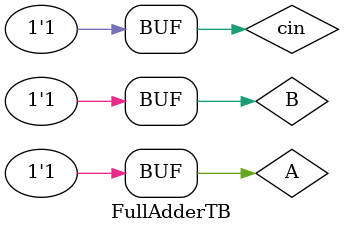
<source format=v>
module FullAdderTB();
	reg A;
	reg B;
	reg cin;
	wire sum;
	wire cout;

FullAdder uut (.A,.B,.cin,.sum,.cout) ;

initial begin 
	A = 0;
	B = 0;
	cin = 0;
	#1
	A = 0;
	B = 1;
	cin  = 1;
	#1
	A = 1;
	B = 0;
	cin = 0;
	#1
	A = 1;
	B = 1;
	cin = 1;
end 
endmodule

</source>
